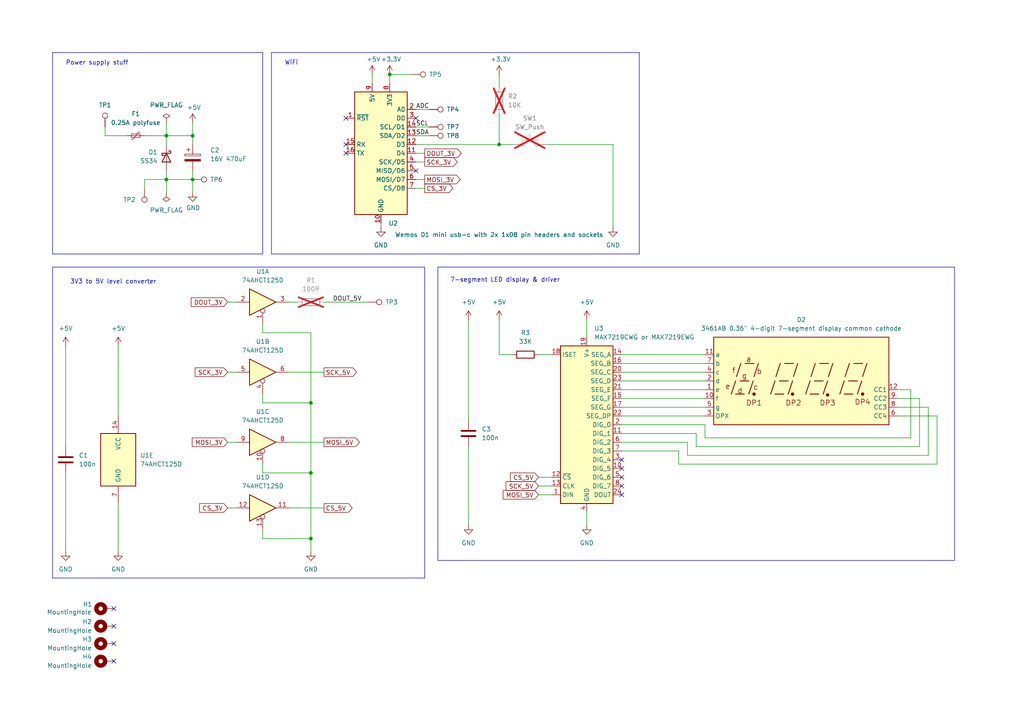
<source format=kicad_sch>
(kicad_sch (version 20250114) (generator "eeschema") (generator_version "9.0")
  (paper "A4")
  (title_block (title "n-teller") (date "2025-06-07") (rev "1.0") (company "https://github.com/atoomnetmarc/n-teller") (comment 1 "Apache License 2.0"))
  (lib_symbols
    (symbol "74xx:74LS125" (pin_names (offset 1.016))
      (property "Reference" "U" (at 0 1.27 0))
      (property "Value" "74LS125" (at 0 -1.27 0))
      (symbol "74LS125_1_0"
        (polyline (pts (xy -3.81 3.81) (xy -3.81 -3.81) (xy 3.81 0) (xy -3.81 3.81)) (stroke (width 0.254)) (fill (type background)))
        (pin input line (at -7.62 0 0) (length 3.81) (name "~") (number "2"))
        (pin input inverted (at 0 -6.35 90) (length 4.445) (name "~") (number "1"))
        (pin tri_state line (at 7.62 0 180) (length 3.81) (name "~") (number "3"))
      )
      (symbol "74LS125_2_0"
        (polyline (pts (xy -3.81 3.81) (xy -3.81 -3.81) (xy 3.81 0) (xy -3.81 3.81)) (stroke (width 0.254)) (fill (type background)))
        (pin input line (at -7.62 0 0) (length 3.81) (name "~") (number "5"))
        (pin input inverted (at 0 -6.35 90) (length 4.445) (name "~") (number "4"))
        (pin tri_state line (at 7.62 0 180) (length 3.81) (name "~") (number "6"))
      )
      (symbol "74LS125_3_0"
        (polyline (pts (xy -3.81 3.81) (xy -3.81 -3.81) (xy 3.81 0) (xy -3.81 3.81)) (stroke (width 0.254)) (fill (type background)))
        (pin input line (at -7.62 0 0) (length 3.81) (name "~") (number "9"))
        (pin input inverted (at 0 -6.35 90) (length 4.445) (name "~") (number "10"))
        (pin tri_state line (at 7.62 0 180) (length 3.81) (name "~") (number "8"))
      )
      (symbol "74LS125_4_0"
        (polyline (pts (xy -3.81 3.81) (xy -3.81 -3.81) (xy 3.81 0) (xy -3.81 3.81)) (stroke (width 0.254)) (fill (type background)))
        (pin input line (at -7.62 0 0) (length 3.81) (name "~") (number "12"))
        (pin input inverted (at 0 -6.35 90) (length 4.445) (name "~") (number "13"))
        (pin tri_state line (at 7.62 0 180) (length 3.81) (name "~") (number "11"))
      )
      (symbol "74LS125_5_0"
        (pin power_in line (at 0 12.7 270) (length 5.08) (name "VCC") (number "14"))
        (pin power_in line (at 0 -12.7 90) (length 5.08) (name "GND") (number "7"))
      )
      (symbol "74LS125_5_1"
        (rectangle (start -5.08 7.62) (end 5.08 -7.62) (stroke (width 0.254)) (fill (type background)))
      )
    )
    (symbol "Connector:TestPoint" (pin_numbers (hide yes)) (pin_names (offset 0.762) (hide yes))
      (property "Reference" "TP" (at 0 6.858 0))
      (property "Value" "TestPoint" (at 0 5.08 0))
      (symbol "TestPoint_0_1"
        (circle (center 0 3.302) (radius 0.762))
      )
      (symbol "TestPoint_1_1"
        (pin passive line (at 0 0 90) (length 2.54) (name "1") (number "1"))
      )
    )
    (symbol "Device:C" (pin_numbers (hide yes)) (pin_names (offset 0.254))
      (property "Reference" "C" (at 0.635 2.54 0))
      (property "Value" "C" (at 0.635 -2.54 0))
      (symbol "C_0_1"
        (polyline (pts (xy -2.032 0.762) (xy 2.032 0.762)) (stroke (width 0.508)))
        (polyline (pts (xy -2.032 -0.762) (xy 2.032 -0.762)) (stroke (width 0.508)))
      )
      (symbol "C_1_1"
        (pin passive line (at 0 3.81 270) (length 2.794) (name "~") (number "1"))
        (pin passive line (at 0 -3.81 90) (length 2.794) (name "~") (number "2"))
      )
    )
    (symbol "Device:C_Polarized" (pin_numbers (hide yes)) (pin_names (offset 0.254))
      (property "Reference" "C" (at 0.635 2.54 0))
      (property "Value" "C_Polarized" (at 0.635 -2.54 0))
      (symbol "C_Polarized_0_1"
        (rectangle (start -2.286 0.508) (end 2.286 1.016))
        (polyline (pts (xy -1.778 2.286) (xy -0.762 2.286)))
        (polyline (pts (xy -1.27 2.794) (xy -1.27 1.778)))
        (rectangle (start 2.286 -0.508) (end -2.286 -1.016) (fill (type outline)))
      )
      (symbol "C_Polarized_1_1"
        (pin passive line (at 0 3.81 270) (length 2.794) (name "~") (number "1"))
        (pin passive line (at 0 -3.81 90) (length 2.794) (name "~") (number "2"))
      )
    )
    (symbol "Device:D_Schottky" (pin_numbers (hide yes)) (pin_names (offset 1.016) (hide yes))
      (property "Reference" "D" (at 0 2.54 0))
      (property "Value" "D_Schottky" (at 0 -2.54 0))
      (symbol "D_Schottky_0_1"
        (polyline (pts (xy -1.905 0.635) (xy -1.905 1.27) (xy -1.27 1.27) (xy -1.27 -1.27) (xy -0.635 -1.27) (xy -0.635 -0.635)) (stroke (width 0.254)))
        (polyline (pts (xy 1.27 1.27) (xy 1.27 -1.27) (xy -1.27 0) (xy 1.27 1.27)) (stroke (width 0.254)))
        (polyline (pts (xy 1.27 0) (xy -1.27 0)))
      )
      (symbol "D_Schottky_1_1"
        (pin passive line (at -3.81 0 0) (length 2.54) (name "K") (number "1"))
        (pin passive line (at 3.81 0 180) (length 2.54) (name "A") (number "2"))
      )
    )
    (symbol "Device:Polyfuse_Small" (pin_numbers (hide yes)) (pin_names (offset 0))
      (property "Reference" "F" (at -1.905 0 90))
      (property "Value" "Polyfuse_Small" (at 1.905 0 90))
      (symbol "Polyfuse_Small_0_1"
        (polyline (pts (xy -1.016 1.27) (xy -1.016 0.762) (xy 1.016 -0.762) (xy 1.016 -1.27)))
        (rectangle (start -0.508 1.27) (end 0.508 -1.27))
        (polyline (pts (xy 0 2.54) (xy 0 -2.54)))
      )
      (symbol "Polyfuse_Small_1_1"
        (pin passive line (at 0 2.54 270) (length 0.635) (name "~") (number "1"))
        (pin passive line (at 0 -2.54 90) (length 0.635) (name "~") (number "2"))
      )
    )
    (symbol "Device:R" (pin_numbers (hide yes)) (pin_names (offset 0))
      (property "Reference" "R" (at 2.032 0 90))
      (property "Value" "R" (at 0 0 90))
      (symbol "R_0_1"
        (rectangle (start -1.016 -2.54) (end 1.016 2.54) (stroke (width 0.254)))
      )
      (symbol "R_1_1"
        (pin passive line (at 0 3.81 270) (length 1.27) (name "~") (number "1"))
        (pin passive line (at 0 -3.81 90) (length 1.27) (name "~") (number "2"))
      )
    )
    (symbol "Display_Character-extra:3461AB"
      (property "Reference" "U" (at -24.13 13.97 0))
      (property "Value" "3461AB" (at 17.78 13.97 0))
      (symbol "3461AB_0_0"
        (rectangle (start -25.4 12.7) (end 25.4 -12.7) (stroke (width 0.254)) (fill (type background)))
        (polyline (pts (xy -20.32 -3.81) (xy -19.05 0)) (stroke (width 0.254)))
        (polyline (pts (xy -19.05 -3.81) (xy -16.51 -3.81)) (stroke (width 0.254)))
        (polyline (pts (xy -18.796 1.27) (xy -17.526 5.08)) (stroke (width 0.254)))
        (polyline (pts (xy -17.78 0) (xy -15.24 0)) (stroke (width 0.254)))
        (polyline (pts (xy -16.256 5.08) (xy -13.716 5.08)) (stroke (width 0.254)))
        (polyline (pts (xy -15.24 -3.81) (xy -13.97 0)) (stroke (width 0.254)))
        (polyline (pts (xy -13.716 1.27) (xy -12.446 5.08)) (stroke (width 0.254)))
        (polyline (pts (xy -8.89 -3.81) (xy -7.62 0)) (stroke (width 0.254)))
        (polyline (pts (xy -7.62 -3.81) (xy -5.08 -3.81)) (stroke (width 0.254)))
        (polyline (pts (xy -7.366 1.27) (xy -6.096 5.08)) (stroke (width 0.254)))
        (polyline (pts (xy -6.35 0) (xy -3.81 0)) (stroke (width 0.254)))
        (polyline (pts (xy -4.826 5.08) (xy -2.286 5.08)) (stroke (width 0.254)))
        (polyline (pts (xy -3.81 -3.81) (xy -2.54 0)) (stroke (width 0.254)))
        (polyline (pts (xy -2.286 1.27) (xy -1.016 5.08)) (stroke (width 0.254)))
        (polyline (pts (xy 1.27 -3.81) (xy 2.54 0)) (stroke (width 0.254)))
        (polyline (pts (xy 2.54 -3.81) (xy 5.08 -3.81)) (stroke (width 0.254)))
        (polyline (pts (xy 2.794 1.27) (xy 4.064 5.08)) (stroke (width 0.254)))
        (polyline (pts (xy 3.81 0) (xy 6.35 0)) (stroke (width 0.254)))
        (polyline (pts (xy 5.334 5.08) (xy 7.874 5.08)) (stroke (width 0.254)))
        (polyline (pts (xy 6.35 -3.81) (xy 7.62 0)) (stroke (width 0.254)))
        (polyline (pts (xy 7.874 1.27) (xy 9.144 5.08)) (stroke (width 0.254)))
        (polyline (pts (xy 11.176 -3.81) (xy 12.446 0)) (stroke (width 0.254)))
        (polyline (pts (xy 12.446 -3.81) (xy 14.986 -3.81)) (stroke (width 0.254)))
        (polyline (pts (xy 12.7 1.27) (xy 13.97 5.08)) (stroke (width 0.254)))
        (polyline (pts (xy 13.716 0) (xy 16.256 0)) (stroke (width 0.254)))
        (polyline (pts (xy 15.24 5.08) (xy 17.78 5.08)) (stroke (width 0.254)))
        (polyline (pts (xy 16.256 -3.81) (xy 17.526 0)) (stroke (width 0.254)))
        (polyline (pts (xy 17.78 1.27) (xy 19.05 5.08)) (stroke (width 0.254)))
        (text "e" (at -21.336 -1.524 0) (effects (font (size 1.524 1.524))))
        (text "f" (at -19.558 3.048 0) (effects (font (size 1.524 1.524))))
        (text "d" (at -17.78 -2.794 0) (effects (font (size 1.524 1.524))))
        (text "g" (at -16.51 1.524 0) (effects (font (size 1.524 1.524))))
        (text "a" (at -15.24 6.35 0) (effects (font (size 1.524 1.524))))
        (text "DP1" (at -13.716 -6.35 0) (effects (font (size 1.524 1.524))))
        (text "c" (at -13.208 -1.778 0) (effects (font (size 1.524 1.524))))
        (text "b" (at -12.192 2.794 0) (effects (font (size 1.524 1.524))))
        (text "DP2" (at -2.286 -6.35 0) (effects (font (size 1.524 1.524))))
        (text "DP3" (at 7.62 -6.35 0) (effects (font (size 1.524 1.524))))
        (text "DP4" (at 17.78 -6.096 0) (effects (font (size 1.524 1.524))))
      )
      (symbol "3461AB_0_1"
        (circle (center -13.716 -3.81) (radius 0.3556) (stroke (width 0.254)) (fill (type outline)))
        (circle (center -2.54 -3.81) (radius 0.3556) (stroke (width 0.254)) (fill (type outline)))
      )
      (symbol "3461AB_1_0"
        (circle (center 7.62 -4.064) (radius 0.3556) (stroke (width 0.254)) (fill (type outline)))
        (circle (center 17.78 -3.81) (radius 0.3556) (stroke (width 0.254)) (fill (type outline)))
      )
      (symbol "3461AB_1_1"
        (pin passive line (at -27.94 7.62 0) (length 2.54) (name "a") (number "11"))
        (pin passive line (at -27.94 5.08 0) (length 2.54) (name "b") (number "7"))
        (pin passive line (at -27.94 2.54 0) (length 2.54) (name "c") (number "4"))
        (pin passive line (at -27.94 0 0) (length 2.54) (name "d") (number "2"))
        (pin passive line (at -27.94 -2.54 0) (length 2.54) (name "e") (number "1"))
        (pin passive line (at -27.94 -5.08 0) (length 2.54) (name "f") (number "10"))
        (pin passive line (at -27.94 -7.62 0) (length 2.54) (name "g") (number "5"))
        (pin passive line (at -27.94 -10.16 0) (length 2.54) (name "DPX") (number "3"))
        (pin passive line (at 27.94 -2.54 180) (length 2.54) (name "CC1") (number "12"))
        (pin passive line (at 27.94 -5.08 180) (length 2.54) (name "CC2") (number "9"))
        (pin passive line (at 27.94 -7.62 180) (length 2.54) (name "CC3") (number "8"))
        (pin passive line (at 27.94 -10.16 180) (length 2.54) (name "CC4") (number "6"))
      )
    )
    (symbol "Driver_LED:MAX7221xWG"
      (property "Reference" "U" (at -6.35 24.13 0))
      (property "Value" "MAX7221xWG" (at 1.27 25.4 0))
      (symbol "MAX7221xWG_0_1"
        (rectangle (start -7.62 22.86) (end 7.62 -22.86) (stroke (width 0.254)) (fill (type background)))
      )
      (symbol "MAX7221xWG_1_1"
        (pin input line (at -10.16 20.32 0) (length 2.54) (name "ISET") (number "18"))
        (pin input line (at -10.16 -15.24 0) (length 2.54) (name "~{CS}") (number "12"))
        (pin input line (at -10.16 -17.78 0) (length 2.54) (name "CLK") (number "13"))
        (pin input line (at -10.16 -20.32 0) (length 2.54) (name "DIN") (number "1"))
        (pin power_in line (at 0 25.4 270) (length 2.54) (name "V+") (number "19"))
        (pin power_in line (at 0 -25.4 90) (length 2.54) (name "GND") (number "4"))
        (pin passive line (at 0 -25.4 90) (length 2.54) (hide yes) (name "GND") (number "9"))
        (pin open_emitter line (at 10.16 20.32 180) (length 2.54) (name "SEG_A") (number "14"))
        (pin open_emitter line (at 10.16 17.78 180) (length 2.54) (name "SEG_B") (number "16"))
        (pin open_emitter line (at 10.16 15.24 180) (length 2.54) (name "SEG_C") (number "20"))
        (pin open_emitter line (at 10.16 12.7 180) (length 2.54) (name "SEG_D") (number "23"))
        (pin open_emitter line (at 10.16 10.16 180) (length 2.54) (name "SEG_E") (number "21"))
        (pin open_emitter line (at 10.16 7.62 180) (length 2.54) (name "SEG_F") (number "15"))
        (pin open_emitter line (at 10.16 5.08 180) (length 2.54) (name "SEG_G") (number "17"))
        (pin open_emitter line (at 10.16 2.54 180) (length 2.54) (name "SEG_DP") (number "22"))
        (pin open_collector line (at 10.16 0 180) (length 2.54) (name "DIG_0") (number "2"))
        (pin open_collector line (at 10.16 -2.54 180) (length 2.54) (name "DIG_1") (number "11"))
        (pin open_collector line (at 10.16 -5.08 180) (length 2.54) (name "DIG_2") (number "6"))
        (pin open_collector line (at 10.16 -7.62 180) (length 2.54) (name "DIG_3") (number "7"))
        (pin open_collector line (at 10.16 -10.16 180) (length 2.54) (name "DIG_4") (number "3"))
        (pin open_collector line (at 10.16 -12.7 180) (length 2.54) (name "DIG_5") (number "10"))
        (pin open_collector line (at 10.16 -15.24 180) (length 2.54) (name "DIG_6") (number "5"))
        (pin open_collector line (at 10.16 -17.78 180) (length 2.54) (name "DIG_7") (number "8"))
        (pin output line (at 10.16 -20.32 180) (length 2.54) (name "DOUT") (number "24"))
      )
    )
    (symbol "Mechanical:MountingHole_Pad" (pin_numbers (hide yes)) (pin_names (offset 1.016) (hide yes)) (in_bom no)
      (property "Reference" "H" (at 0 6.35 0))
      (property "Value" "MountingHole_Pad" (at 0 4.445 0))
      (symbol "MountingHole_Pad_0_1"
        (circle (center 0 1.27) (radius 1.27) (stroke (width 1.27)))
      )
      (symbol "MountingHole_Pad_1_1"
        (pin input line (at 0 -2.54 90) (length 2.54) (name "1") (number "1"))
      )
    )
    (symbol "RF_Module:WEMOS_D1_mini"
      (property "Reference" "U" (at 3.81 19.05 0))
      (property "Value" "WEMOS_D1_mini" (at 1.27 -19.05 0))
      (symbol "WEMOS_D1_mini_1_1"
        (rectangle (start -7.62 17.78) (end 7.62 -17.78) (stroke (width 0.254)) (fill (type background)))
        (pin input line (at -10.16 10.16 0) (length 2.54) (name "~{RST}") (number "1"))
        (pin input line (at -10.16 2.54 0) (length 2.54) (name "RX") (number "15"))
        (pin output line (at -10.16 0 0) (length 2.54) (name "TX") (number "16"))
        (pin power_in line (at -2.54 20.32 270) (length 2.54) (name "5V") (number "9"))
        (pin power_in line (at 0 -20.32 90) (length 2.54) (name "GND") (number "10"))
        (pin power_out line (at 2.54 20.32 270) (length 2.54) (name "3V3") (number "8"))
        (pin input line (at 10.16 12.7 180) (length 2.54) (name "A0") (number "2"))
        (pin bidirectional line (at 10.16 10.16 180) (length 2.54) (name "D0") (number "3"))
        (pin bidirectional line (at 10.16 7.62 180) (length 2.54) (name "SCL/D1") (number "14"))
        (pin bidirectional line (at 10.16 5.08 180) (length 2.54) (name "SDA/D2") (number "13"))
        (pin bidirectional line (at 10.16 2.54 180) (length 2.54) (name "D3") (number "12"))
        (pin bidirectional line (at 10.16 0 180) (length 2.54) (name "D4") (number "11"))
        (pin bidirectional line (at 10.16 -2.54 180) (length 2.54) (name "SCK/D5") (number "4"))
        (pin bidirectional line (at 10.16 -5.08 180) (length 2.54) (name "MISO/D6") (number "5"))
        (pin bidirectional line (at 10.16 -7.62 180) (length 2.54) (name "MOSI/D7") (number "6"))
        (pin bidirectional line (at 10.16 -10.16 180) (length 2.54) (name "CS/D8") (number "7"))
      )
    )
    (symbol "Switch:SW_Push" (pin_numbers (hide yes)) (pin_names (offset 1.016) (hide yes))
      (property "Reference" "SW" (at 1.27 2.54 0))
      (property "Value" "SW_Push" (at 0 -1.524 0))
      (symbol "SW_Push_0_1"
        (circle (center -2.032 0) (radius 0.508))
        (polyline (pts (xy 0 1.27) (xy 0 3.048)))
        (circle (center 2.032 0) (radius 0.508))
        (polyline (pts (xy 2.54 1.27) (xy -2.54 1.27)))
        (pin passive line (at -5.08 0 0) (length 2.54) (name "1") (number "1"))
        (pin passive line (at 5.08 0 180) (length 2.54) (name "2") (number "2"))
      )
    )
    (symbol "power:+3.3V" (power) (pin_numbers (hide yes)) (pin_names (offset 0) (hide yes))
      (property "Value" "+3.3V" (at 0 3.556 0))
      (symbol "+3.3V_0_1"
        (polyline (pts (xy -0.762 1.27) (xy 0 2.54)))
        (polyline (pts (xy 0 2.54) (xy 0.762 1.27)))
        (polyline (pts (xy 0 0) (xy 0 2.54)))
      )
      (symbol "+3.3V_1_1"
        (pin power_in line (at 0 0 90) (length 0) (name "~") (number "1"))
      )
    )
    (symbol "power:+5V" (power) (pin_numbers (hide yes)) (pin_names (offset 0) (hide yes))
      (property "Value" "+5V" (at 0 3.556 0))
      (symbol "+5V_0_1"
        (polyline (pts (xy -0.762 1.27) (xy 0 2.54)))
        (polyline (pts (xy 0 2.54) (xy 0.762 1.27)))
        (polyline (pts (xy 0 0) (xy 0 2.54)))
      )
      (symbol "+5V_1_1"
        (pin power_in line (at 0 0 90) (length 0) (name "~") (number "1"))
      )
    )
    (symbol "power:GND" (power) (pin_numbers (hide yes)) (pin_names (offset 0) (hide yes))
      (property "Value" "GND" (at 0 -3.81 0))
      (symbol "GND_0_1"
        (polyline (pts (xy 0 0) (xy 0 -1.27) (xy 1.27 -1.27) (xy 0 -2.54) (xy -1.27 -1.27) (xy 0 -1.27)))
      )
      (symbol "GND_1_1"
        (pin power_in line (at 0 0 270) (length 0) (name "~") (number "1"))
      )
    )
    (symbol "power:PWR_FLAG" (power) (pin_numbers (hide yes)) (pin_names (offset 0) (hide yes))
      (property "Value" "PWR_FLAG" (at 0 3.81 0))
      (symbol "PWR_FLAG_0_0"
        (pin power_out line (at 0 0 90) (length 0) (name "~") (number "1"))
      )
      (symbol "PWR_FLAG_0_1"
        (polyline (pts (xy 0 0) (xy 0 1.27) (xy -1.016 1.905) (xy 0 2.54) (xy 1.016 1.905) (xy 0 1.27)))
      )
    )
  )
  (rectangle (start 127 77.47) (end 276.86 162.56))
  (text "7-segment LED display & driver" (at 130.556 82.042 0) (effects (font (size 1.27 1.27)) (justify left bottom)))
  (text "3V3 to 5V level converter" (at 20.32 82.55 0) (effects (font (size 1.27 1.27)) (justify left bottom)))
  (text "Power supply stuff" (at 19.05 19.05 0) (effects (font (size 1.27 1.27)) (justify left bottom)))
  (text "WiFi" (at 82.55 19.05 0) (effects (font (size 1.27 1.27)) (justify left bottom)))
  (junction (at 55.88 52.07))
  (junction (at 90.17 116.84))
  (junction (at 48.26 52.07))
  (junction (at 90.17 137.16))
  (junction (at 55.88 39.37))
  (junction (at 144.78 41.91))
  (junction (at 113.03 21.59))
  (junction (at 90.17 156.21))
  (junction (at 48.26 39.37))
  (no_connect (at 180.34 143.51))
  (no_connect (at 100.33 44.45))
  (no_connect (at 33.02 176.53))
  (no_connect (at 33.02 191.77))
  (no_connect (at 180.34 140.97))
  (no_connect (at 100.33 34.29))
  (no_connect (at 120.65 49.53))
  (no_connect (at 180.34 138.43))
  (no_connect (at 180.34 133.35))
  (no_connect (at 33.02 186.69))
  (no_connect (at 100.33 41.91))
  (no_connect (at 180.34 135.89))
  (no_connect (at 120.65 34.29))
  (no_connect (at 33.02 181.61))
  (wire (pts (xy 34.29 146.05) (xy 34.29 160.02)))
  (polyline (pts (xy 15.24 167.64) (xy 123.19 167.64)))
  (wire (pts (xy 269.24 118.11) (xy 260.35 118.11)))
  (wire (pts (xy 90.17 137.16) (xy 90.17 156.21)))
  (wire (pts (xy 199.39 128.27) (xy 199.39 132.08)))
  (wire (pts (xy 48.26 49.53) (xy 48.26 52.07)))
  (wire (pts (xy 66.04 87.63) (xy 68.58 87.63)))
  (wire (pts (xy 201.93 125.73) (xy 201.93 129.54)))
  (wire (pts (xy 55.88 52.07) (xy 55.88 55.88)))
  (wire (pts (xy 48.26 35.56) (xy 48.26 39.37)))
  (wire (pts (xy 120.65 31.75) (xy 124.46 31.75)))
  (wire (pts (xy 264.16 127) (xy 264.16 113.03)))
  (wire (pts (xy 83.82 147.32) (xy 93.98 147.32)))
  (wire (pts (xy 90.17 116.84) (xy 90.17 137.16)))
  (wire (pts (xy 66.04 128.27) (xy 68.58 128.27)))
  (wire (pts (xy 120.65 44.45) (xy 123.19 44.45)))
  (wire (pts (xy 264.16 113.03) (xy 260.35 113.03)))
  (wire (pts (xy 180.34 110.49) (xy 204.47 110.49)))
  (wire (pts (xy 156.21 102.87) (xy 160.02 102.87)))
  (wire (pts (xy 199.39 132.08) (xy 269.24 132.08)))
  (polyline (pts (xy 76.2 73.66) (xy 76.2 15.24)))
  (wire (pts (xy 180.34 105.41) (xy 204.47 105.41)))
  (wire (pts (xy 41.91 39.37) (xy 48.26 39.37)))
  (wire (pts (xy 55.88 41.91) (xy 55.88 39.37)))
  (wire (pts (xy 180.34 118.11) (xy 204.47 118.11)))
  (wire (pts (xy 90.17 96.52) (xy 90.17 116.84)))
  (polyline (pts (xy 123.19 77.47) (xy 15.24 77.47)))
  (wire (pts (xy 180.34 113.03) (xy 204.47 113.03)))
  (wire (pts (xy 180.34 120.65) (xy 204.47 120.65)))
  (wire (pts (xy 41.91 54.61) (xy 41.91 52.07)))
  (wire (pts (xy 135.89 129.54) (xy 135.89 152.4)))
  (wire (pts (xy 196.85 130.81) (xy 196.85 134.62)))
  (wire (pts (xy 180.34 102.87) (xy 204.47 102.87)))
  (wire (pts (xy 48.26 39.37) (xy 48.26 41.91)))
  (wire (pts (xy 170.18 148.59) (xy 170.18 152.4)))
  (wire (pts (xy 266.7 129.54) (xy 266.7 115.57)))
  (wire (pts (xy 120.65 46.99) (xy 123.19 46.99)))
  (wire (pts (xy 177.8 41.91) (xy 158.75 41.91)))
  (polyline (pts (xy 185.42 15.24) (xy 78.74 15.24)))
  (wire (pts (xy 83.82 107.95) (xy 93.98 107.95)))
  (wire (pts (xy 269.24 132.08) (xy 269.24 118.11)))
  (polyline (pts (xy 185.42 73.66) (xy 185.42 15.24)))
  (polyline (pts (xy 15.24 15.24) (xy 15.24 73.66)))
  (wire (pts (xy 36.83 39.37) (xy 30.48 39.37)))
  (wire (pts (xy 76.2 114.3) (xy 76.2 116.84)))
  (wire (pts (xy 180.34 125.73) (xy 201.93 125.73)))
  (wire (pts (xy 180.34 115.57) (xy 204.47 115.57)))
  (wire (pts (xy 170.18 92.71) (xy 170.18 97.79)))
  (wire (pts (xy 76.2 96.52) (xy 90.17 96.52)))
  (wire (pts (xy 266.7 115.57) (xy 260.35 115.57)))
  (wire (pts (xy 271.78 120.65) (xy 260.35 120.65)))
  (wire (pts (xy 76.2 116.84) (xy 90.17 116.84)))
  (wire (pts (xy 120.65 54.61) (xy 123.19 54.61)))
  (wire (pts (xy 48.26 39.37) (xy 55.88 39.37)))
  (wire (pts (xy 180.34 107.95) (xy 204.47 107.95)))
  (wire (pts (xy 144.78 41.91) (xy 148.59 41.91)))
  (wire (pts (xy 66.04 147.32) (xy 68.58 147.32)))
  (wire (pts (xy 196.85 134.62) (xy 271.78 134.62)))
  (wire (pts (xy 110.49 64.77) (xy 110.49 66.04)))
  (wire (pts (xy 144.78 21.59) (xy 144.78 25.4)))
  (wire (pts (xy 144.78 102.87) (xy 148.59 102.87)))
  (wire (pts (xy 107.95 21.59) (xy 107.95 24.13)))
  (wire (pts (xy 135.89 92.71) (xy 135.89 121.92)))
  (wire (pts (xy 55.88 52.07) (xy 55.88 49.53)))
  (wire (pts (xy 201.93 129.54) (xy 266.7 129.54)))
  (wire (pts (xy 120.65 41.91) (xy 144.78 41.91)))
  (wire (pts (xy 34.29 100.33) (xy 34.29 120.65)))
  (wire (pts (xy 177.8 41.91) (xy 177.8 66.04)))
  (wire (pts (xy 83.82 128.27) (xy 93.98 128.27)))
  (wire (pts (xy 30.48 39.37) (xy 30.48 36.83)))
  (wire (pts (xy 19.05 100.33) (xy 19.05 129.54)))
  (wire (pts (xy 144.78 33.02) (xy 144.78 41.91)))
  (wire (pts (xy 120.65 39.37) (xy 124.46 39.37)))
  (wire (pts (xy 113.03 21.59) (xy 113.03 24.13)))
  (wire (pts (xy 160.02 143.51) (xy 156.21 143.51)))
  (wire (pts (xy 204.47 127) (xy 264.16 127)))
  (wire (pts (xy 83.82 87.63) (xy 86.36 87.63)))
  (wire (pts (xy 120.65 52.07) (xy 123.19 52.07)))
  (wire (pts (xy 48.26 52.07) (xy 48.26 55.88)))
  (polyline (pts (xy 15.24 73.66) (xy 76.2 73.66)))
  (wire (pts (xy 120.65 36.83) (xy 124.46 36.83)))
  (wire (pts (xy 41.91 52.07) (xy 48.26 52.07)))
  (wire (pts (xy 113.03 21.59) (xy 119.38 21.59)))
  (wire (pts (xy 76.2 153.67) (xy 76.2 156.21)))
  (wire (pts (xy 76.2 137.16) (xy 90.17 137.16)))
  (wire (pts (xy 160.02 140.97) (xy 156.21 140.97)))
  (polyline (pts (xy 78.74 15.24) (xy 78.74 73.66)))
  (wire (pts (xy 180.34 130.81) (xy 196.85 130.81)))
  (wire (pts (xy 160.02 138.43) (xy 156.21 138.43)))
  (wire (pts (xy 55.88 35.56) (xy 55.88 39.37)))
  (polyline (pts (xy 78.74 73.66) (xy 185.42 73.66)))
  (wire (pts (xy 144.78 92.71) (xy 144.78 102.87)))
  (polyline (pts (xy 123.19 167.64) (xy 123.19 77.47)))
  (wire (pts (xy 93.98 87.63) (xy 106.68 87.63)))
  (wire (pts (xy 271.78 134.62) (xy 271.78 120.65)))
  (wire (pts (xy 204.47 123.19) (xy 204.47 127)))
  (wire (pts (xy 180.34 128.27) (xy 199.39 128.27)))
  (polyline (pts (xy 15.24 77.47) (xy 15.24 167.64)))
  (wire (pts (xy 19.05 137.16) (xy 19.05 160.02)))
  (wire (pts (xy 76.2 93.98) (xy 76.2 96.52)))
  (wire (pts (xy 48.26 52.07) (xy 55.88 52.07)))
  (wire (pts (xy 180.34 123.19) (xy 204.47 123.19)))
  (wire (pts (xy 76.2 156.21) (xy 90.17 156.21)))
  (polyline (pts (xy 76.2 15.24) (xy 15.24 15.24)))
  (wire (pts (xy 66.04 107.95) (xy 68.58 107.95)))
  (wire (pts (xy 76.2 134.62) (xy 76.2 137.16)))
  (wire (pts (xy 90.17 156.21) (xy 90.17 160.02)))
  (label "SDA" (at 120.65 39.37 0))
  (label "SCL" (at 120.65 36.83 0))
  (label "ADC" (at 120.65 31.75 0))
  (label "DOUT_5V" (at 96.52 87.63 0))
  (global_label "DOUT_3V" (shape output) (at 123.19 44.45 0) (property "Intersheetrefs" "${INTERSHEET_REFS}" (effects (hide yes))))
  (global_label "MOSI_5V" (shape output) (at 93.98 128.27 0) (property "Intersheetrefs" "${INTERSHEET_REFS}" (effects (hide yes))))
  (global_label "CS_3V" (shape output) (at 123.19 54.61 0) (property "Intersheetrefs" "${INTERSHEET_REFS}" (effects (hide yes))))
  (global_label "CS_5V" (shape input) (at 156.21 138.43 180) (property "Intersheetrefs" "${INTERSHEET_REFS}" (effects (hide yes))))
  (global_label "MOSI_5V" (shape input) (at 156.21 143.51 180) (property "Intersheetrefs" "${INTERSHEET_REFS}" (effects (hide yes))))
  (global_label "MOSI_3V" (shape output) (at 123.19 52.07 0) (property "Intersheetrefs" "${INTERSHEET_REFS}" (effects (hide yes))))
  (global_label "SCK_3V" (shape input) (at 66.04 107.95 180) (property "Intersheetrefs" "${INTERSHEET_REFS}" (effects (hide yes))))
  (global_label "MOSI_3V" (shape input) (at 66.04 128.27 180) (property "Intersheetrefs" "${INTERSHEET_REFS}" (effects (hide yes))))
  (global_label "SCK_5V" (shape input) (at 156.21 140.97 180) (property "Intersheetrefs" "${INTERSHEET_REFS}" (effects (hide yes))))
  (global_label "CS_5V" (shape output) (at 93.98 147.32 0) (property "Intersheetrefs" "${INTERSHEET_REFS}" (effects (hide yes))))
  (global_label "DOUT_3V" (shape input) (at 66.04 87.63 180) (property "Intersheetrefs" "${INTERSHEET_REFS}" (effects (hide yes))))
  (global_label "SCK_5V" (shape output) (at 93.98 107.95 0) (property "Intersheetrefs" "${INTERSHEET_REFS}" (effects (hide yes))))
  (global_label "SCK_3V" (shape output) (at 123.19 46.99 0) (property "Intersheetrefs" "${INTERSHEET_REFS}" (effects (hide yes))))
  (global_label "CS_3V" (shape input) (at 66.04 147.32 180) (property "Intersheetrefs" "${INTERSHEET_REFS}" (effects (hide yes))))
  (symbol (lib_id "power:+3.3V") (at 113.03 21.59 0) (unit 1)
    (property "Reference" "#PWR010" (effects (hide yes)))
    (property "Value" "+3.3V" (at 113.411 17.1958 0))
  )
  (symbol (lib_id "power:+5V") (at 55.88 35.56 0) (unit 1)
    (property "Reference" "#PWR05" (effects (hide yes)))
    (property "Value" "+5V" (at 56.261 31.1658 0))
  )
  (symbol (lib_id "Device:D_Schottky") (at 48.26 45.72 270) (unit 1)
    (property "Reference" "D1" (at 45.72 44.1325 90) (effects (justify right)))
    (property "Value" "SS34" (at 45.72 46.6725 90) (effects (justify right)))
    (property "Footprint" "Diode_SMD:D_SMA" (effects (hide yes)))
  )
  (symbol (lib_id "power:+5V") (at 19.05 100.33 0) (unit 1)
    (property "Reference" "#PWR01" (effects (hide yes)))
    (property "Value" "+5V" (at 19.05 95.25 0))
  )
  (symbol (lib_id "Connector:TestPoint") (at 124.46 36.83 270) (mirror x) (unit 1) (in_bom no)
    (property "Reference" "TP7" (at 129.54 36.8299 90) (effects (justify left)))
    (property "Value" "TestPoint" (effects (hide yes)))
    (property "Footprint" "TestPoint:TestPoint_Pad_D1.0mm" (effects (hide yes)))
  )
  (symbol (lib_id "Connector:TestPoint") (at 106.68 87.63 270) (mirror x) (unit 1) (in_bom no)
    (property "Reference" "TP3" (at 111.76 87.6299 90) (effects (justify left)))
    (property "Value" "TestPoint" (effects (hide yes)))
    (property "Footprint" "TestPoint:TestPoint_Pad_D2.0mm" (effects (hide yes)))
  )
  (symbol (lib_id "74xx:74LS125") (at 76.2 107.95 0) (unit 2)
    (property "Reference" "U1" (at 76.2 99.06 0))
    (property "Value" "74AHCT125D" (at 76.2 101.6 0))
    (property "Footprint" "Package_SO:SOIC-14_3.9x8.7mm_P1.27mm" (effects (hide yes)))
    (property "Datasheet" "http://www.ti.com/lit/gpn/sn74LS125" (effects (hide yes)))
  )
  (symbol (lib_id "power:GND") (at 90.17 160.02 0) (unit 1)
    (property "Reference" "#PWR07" (effects (hide yes)))
    (property "Value" "GND" (at 90.17 165.1 0))
  )
  (symbol (lib_id "power:GND") (at 177.8 66.04 0) (mirror y) (unit 1)
    (property "Reference" "#PWR015" (effects (hide yes)))
    (property "Value" "GND" (at 177.8 71.12 0))
  )
  (symbol (lib_id "74xx:74LS125") (at 76.2 128.27 0) (unit 3)
    (property "Reference" "U1" (at 76.2 119.38 0))
    (property "Value" "74AHCT125D" (at 76.2 121.92 0))
    (property "Footprint" "Package_SO:SOIC-14_3.9x8.7mm_P1.27mm" (effects (hide yes)))
    (property "Datasheet" "http://www.ti.com/lit/gpn/sn74LS125" (effects (hide yes)))
  )
  (symbol (lib_id "power:PWR_FLAG") (at 48.26 55.88 180) (unit 1)
    (property "Reference" "#FLG02" (effects (hide yes)))
    (property "Value" "PWR_FLAG" (at 48.26 60.96 0))
  )
  (symbol (lib_id "power:+3.3V") (at 144.78 21.59 0) (unit 1)
    (property "Reference" "#PWR011" (effects (hide yes)))
    (property "Value" "+3.3V" (at 145.161 17.1958 0))
  )
  (symbol (lib_id "Mechanical:MountingHole_Pad") (at 30.48 191.77 90) (unit 1) (in_bom no)
    (property "Reference" "H4" (at 26.67 190.4999 90) (effects (justify left)))
    (property "Value" "MountingHole" (at 26.67 193.0399 90) (effects (justify left)))
    (property "Footprint" "MountingHole:MountingHole_3.2mm_M3_Pad_Via" (effects (hide yes)))
    (property "Description" "Mounting Hole with connection" (effects (hide yes)))
  )
  (symbol (lib_id "Connector:TestPoint") (at 41.91 54.61 0) (mirror x) (unit 1) (in_bom no)
    (property "Reference" "TP2" (at 39.37 57.9119 0) (effects (justify right)))
    (property "Value" "TestPoint" (effects (hide yes)))
    (property "Footprint" "TestPoint:TestPoint_Pad_D4.0mm" (effects (hide yes)))
  )
  (symbol (lib_id "power:GND") (at 170.18 152.4 0) (unit 1)
    (property "Reference" "#PWR017" (effects (hide yes)))
    (property "Value" "GND" (at 170.18 157.48 0))
  )
  (symbol (lib_id "Mechanical:MountingHole_Pad") (at 30.48 186.69 90) (unit 1) (in_bom no)
    (property "Reference" "H3" (at 26.67 185.4199 90) (effects (justify left)))
    (property "Value" "MountingHole" (at 26.67 187.9599 90) (effects (justify left)))
    (property "Footprint" "MountingHole:MountingHole_3.2mm_M3_Pad_Via" (effects (hide yes)))
    (property "Description" "Mounting Hole with connection" (effects (hide yes)))
  )
  (symbol (lib_id "Mechanical:MountingHole_Pad") (at 30.48 181.61 90) (unit 1) (in_bom no)
    (property "Reference" "H2" (at 26.67 180.3399 90) (effects (justify left)))
    (property "Value" "MountingHole" (at 26.67 182.8799 90) (effects (justify left)))
    (property "Footprint" "MountingHole:MountingHole_3.2mm_M3_Pad_Via" (effects (hide yes)))
    (property "Description" "Mounting Hole with connection" (effects (hide yes)))
  )
  (symbol (lib_id "Connector:TestPoint") (at 124.46 31.75 270) (mirror x) (unit 1) (in_bom no)
    (property "Reference" "TP4" (at 129.54 31.7499 90) (effects (justify left)))
    (property "Value" "TestPoint" (effects (hide yes)))
    (property "Footprint" "TestPoint:TestPoint_Pad_D2.0mm" (effects (hide yes)))
  )
  (symbol (lib_id "Device:Polyfuse_Small") (at 39.37 39.37 90) (unit 1)
    (property "Reference" "F1" (at 39.37 33.02 90))
    (property "Value" "0.25A polyfuse" (at 39.37 35.56 90))
    (property "Footprint" "Fuse:Fuse_1206_3216Metric_Pad1.42x1.75mm_HandSolder" (effects (hide yes)))
  )
  (symbol (lib_id "Device:C") (at 135.89 125.73 0) (unit 1)
    (property "Reference" "C3" (at 139.7 124.46 0) (effects (justify left)))
    (property "Value" "100n" (at 139.7 127 0) (effects (justify left)))
    (property "Footprint" "Capacitor_SMD:C_0805_2012Metric_Pad1.18x1.45mm_HandSolder" (effects (hide yes)))
  )
  (symbol (lib_id "Device:C_Polarized") (at 55.88 45.72 0) (unit 1)
    (property "Reference" "C2" (at 60.96 43.561 0) (effects (justify left)))
    (property "Value" "16V 470uF" (at 60.96 46.101 0) (effects (justify left)))
    (property "Footprint" "Capacitor_THT:CP_Radial_D8.0mm_P3.50mm" (effects (hide yes)))
  )
  (symbol (lib_id "power:+5V") (at 135.89 92.71 0) (unit 1)
    (property "Reference" "#PWR012" (effects (hide yes)))
    (property "Value" "+5V" (at 135.89 87.63 0))
  )
  (symbol (lib_id "Connector:TestPoint") (at 55.88 52.07 270) (mirror x) (unit 1) (in_bom no)
    (property "Reference" "TP6" (at 60.96 52.0699 90) (effects (justify left)))
    (property "Value" "TestPoint" (effects (hide yes)))
    (property "Footprint" "TestPoint:TestPoint_Pad_D2.0mm" (effects (hide yes)))
  )
  (symbol (lib_id "Mechanical:MountingHole_Pad") (at 30.48 176.53 90) (unit 1) (in_bom no)
    (property "Reference" "H1" (at 25.4 175.26 90))
    (property "Value" "MountingHole" (at 20.066 177.546 90))
    (property "Footprint" "MountingHole:MountingHole_3.2mm_M3_Pad_Via" (effects (hide yes)))
    (property "Description" "Mounting Hole with connection" (effects (hide yes)))
  )
  (symbol (lib_id "power:GND") (at 135.89 152.4 0) (unit 1)
    (property "Reference" "#PWR013" (effects (hide yes)))
    (property "Value" "GND" (at 135.89 157.48 0))
  )
  (symbol (lib_id "Connector:TestPoint") (at 124.46 39.37 270) (mirror x) (unit 1) (in_bom no)
    (property "Reference" "TP8" (at 129.54 39.3699 90) (effects (justify left)))
    (property "Value" "TestPoint" (effects (hide yes)))
    (property "Footprint" "TestPoint:TestPoint_Pad_D1.0mm" (effects (hide yes)))
  )
  (symbol (lib_id "Device:R") (at 152.4 102.87 90) (unit 1)
    (property "Reference" "R3" (at 152.4 96.52 90))
    (property "Value" "33K" (at 152.4 99.06 90))
    (property "Footprint" "Resistor_SMD:R_0805_2012Metric_Pad1.20x1.40mm_HandSolder" (effects (hide yes)))
  )
  (symbol (lib_id "power:+5V") (at 34.29 100.33 0) (unit 1)
    (property "Reference" "#PWR03" (effects (hide yes)))
    (property "Value" "+5V" (at 34.29 95.25 0))
  )
  (symbol (lib_id "power:+5V") (at 170.18 92.71 0) (unit 1)
    (property "Reference" "#PWR016" (effects (hide yes)))
    (property "Value" "+5V" (at 170.18 87.63 0))
  )
  (symbol (lib_id "power:GND") (at 55.88 55.88 0) (unit 1)
    (property "Reference" "#PWR06" (effects (hide yes)))
    (property "Value" "GND" (at 56.007 60.2742 0))
  )
  (symbol (lib_id "power:GND") (at 34.29 160.02 0) (unit 1)
    (property "Reference" "#PWR04" (effects (hide yes)))
    (property "Value" "GND" (at 34.29 165.1 0))
  )
  (symbol (lib_id "Device:R") (at 144.78 29.21 180) (unit 1) (in_bom no) (dnp yes)
    (property "Reference" "R2" (at 147.32 27.94 0) (effects (justify right)))
    (property "Value" "10K" (at 147.32 30.48 0) (effects (justify right)))
    (property "Footprint" "Resistor_SMD:R_0805_2012Metric_Pad1.20x1.40mm_HandSolder" (effects (hide yes)))
  )
  (symbol (lib_id "power:+5V") (at 144.78 92.71 0) (unit 1)
    (property "Reference" "#PWR014" (effects (hide yes)))
    (property "Value" "+5V" (at 144.78 87.63 0))
  )
  (symbol (lib_id "74xx:74LS125") (at 34.29 133.35 0) (unit 5)
    (property "Reference" "U1" (at 40.64 132.08 0) (effects (justify left)))
    (property "Value" "74AHCT125D" (at 40.64 134.62 0) (effects (justify left)))
    (property "Footprint" "Package_SO:SOIC-14_3.9x8.7mm_P1.27mm" (effects (hide yes)))
    (property "Datasheet" "http://www.ti.com/lit/gpn/sn74LS125" (effects (hide yes)))
  )
  (symbol (lib_id "RF_Module:WEMOS_D1_mini") (at 110.49 44.45 0) (unit 1)
    (property "Reference" "U2" (at 112.6841 64.77 0) (effects (justify left)))
    (property "Value" "Wemos D1 mini usb-c with 2x 1x08 pin headers and sockets" (at 114.554 68.072 0) (effects (justify left)))
    (property "Footprint" "RF_Module-fixed:WEMOS_D1_mini" (effects (hide yes)))
    (property "Datasheet" "https://wiki.wemos.cc/products:d1:d1_mini#documentation" (effects (hide yes)))
    (property "Description" "32-bit microcontroller module with WiFi" (effects (hide yes)))
  )
  (symbol (lib_id "Driver_LED:MAX7221xWG") (at 170.18 123.19 0) (unit 1)
    (property "Reference" "U3" (at 172.3233 95.25 0) (effects (justify left)))
    (property "Value" "MAX7219CWG or MAX7219EWG" (at 172.3233 97.79 0) (effects (justify left)))
    (property "Footprint" "Package_SO:SOIC-24W_7.5x15.4mm_P1.27mm" (effects (hide yes)))
    (property "Datasheet" "https://datasheets.maximintegrated.com/en/ds/MAX7219-MAX7221.pdf" (effects (hide yes)))
    (property "Description" "Serially Interfaced, 8-Digit LED Display Driver, SOIC-24W" (effects (hide yes)))
  )
  (symbol (lib_id "Connector:TestPoint") (at 30.48 36.83 0) (unit 1) (in_bom no)
    (property "Reference" "TP1" (at 30.48 30.48 0))
    (property "Value" "TestPoint" (effects (hide yes)))
    (property "Footprint" "TestPoint:TestPoint_Pad_D4.0mm" (effects (hide yes)))
  )
  (symbol (lib_id "Device:C") (at 19.05 133.35 0) (unit 1)
    (property "Reference" "C1" (at 22.86 132.08 0) (effects (justify left)))
    (property "Value" "100n" (at 22.86 134.62 0) (effects (justify left)))
    (property "Footprint" "Capacitor_SMD:C_0805_2012Metric_Pad1.18x1.45mm_HandSolder" (effects (hide yes)))
  )
  (symbol (lib_id "Display_Character-extra:3461AB") (at 232.41 110.49 0) (unit 1)
    (property "Reference" "D2" (at 232.41 92.71 0))
    (property "Value" "3461AB 0.36\" 4-digit 7-segment display common cathode" (at 232.41 95.25 0))
    (property "Footprint" "Display_7Segment-extra:3461" (effects (hide yes)))
    (property "Description" "0.36\" 4 digit 7 segment blue LED, common cathode" (effects (hide yes)))
  )
  (symbol (lib_id "Connector:TestPoint") (at 119.38 21.59 270) (mirror x) (unit 1) (in_bom no)
    (property "Reference" "TP5" (at 124.46 21.5899 90) (effects (justify left)))
    (property "Value" "TestPoint" (effects (hide yes)))
    (property "Footprint" "TestPoint:TestPoint_Pad_D2.0mm" (effects (hide yes)))
  )
  (symbol (lib_id "power:PWR_FLAG") (at 48.26 35.56 0) (unit 1)
    (property "Reference" "#FLG01" (effects (hide yes)))
    (property "Value" "PWR_FLAG" (at 48.26 30.48 0))
  )
  (symbol (lib_id "power:+5V") (at 107.95 21.59 0) (unit 1)
    (property "Reference" "#PWR08" (effects (hide yes)))
    (property "Value" "+5V" (at 108.331 17.1958 0))
  )
  (symbol (lib_id "power:GND") (at 110.49 66.04 0) (unit 1)
    (property "Reference" "#PWR09" (effects (hide yes)))
    (property "Value" "GND" (at 110.49 71.12 0))
  )
  (symbol (lib_id "power:GND") (at 19.05 160.02 0) (unit 1)
    (property "Reference" "#PWR02" (effects (hide yes)))
    (property "Value" "GND" (at 19.05 165.1 0))
  )
  (symbol (lib_id "Device:R") (at 90.17 87.63 90) (unit 1) (in_bom no) (dnp yes)
    (property "Reference" "R1" (at 90.17 81.28 90))
    (property "Value" "100R" (at 90.17 83.82 90))
    (property "Footprint" "Resistor_SMD:R_0805_2012Metric_Pad1.20x1.40mm_HandSolder" (effects (hide yes)))
  )
  (symbol (lib_id "Switch:SW_Push") (at 153.67 41.91 0) (mirror y) (unit 1) (in_bom no) (dnp yes)
    (property "Reference" "SW1" (at 153.67 34.29 0))
    (property "Value" "SW_Push" (at 153.67 36.83 0))
    (property "Footprint" "Button_Switch_SMD:SW_SPST_CK_RS282G05A3" (effects (hide yes)))
  )
  (symbol (lib_id "74xx:74LS125") (at 76.2 147.32 0) (unit 4)
    (property "Reference" "U1" (at 76.2 138.43 0))
    (property "Value" "74AHCT125D" (at 76.2 140.97 0))
    (property "Footprint" "Package_SO:SOIC-14_3.9x8.7mm_P1.27mm" (effects (hide yes)))
    (property "Datasheet" "http://www.ti.com/lit/gpn/sn74LS125" (effects (hide yes)))
  )
  (symbol (lib_id "74xx:74LS125") (at 76.2 87.63 0) (unit 1)
    (property "Reference" "U1" (at 76.2 78.74 0))
    (property "Value" "74AHCT125D" (at 76.2 81.28 0))
    (property "Footprint" "Package_SO:SOIC-14_3.9x8.7mm_P1.27mm" (effects (hide yes)))
    (property "Datasheet" "http://www.ti.com/lit/gpn/sn74LS125" (effects (hide yes)))
  )
)
</source>
